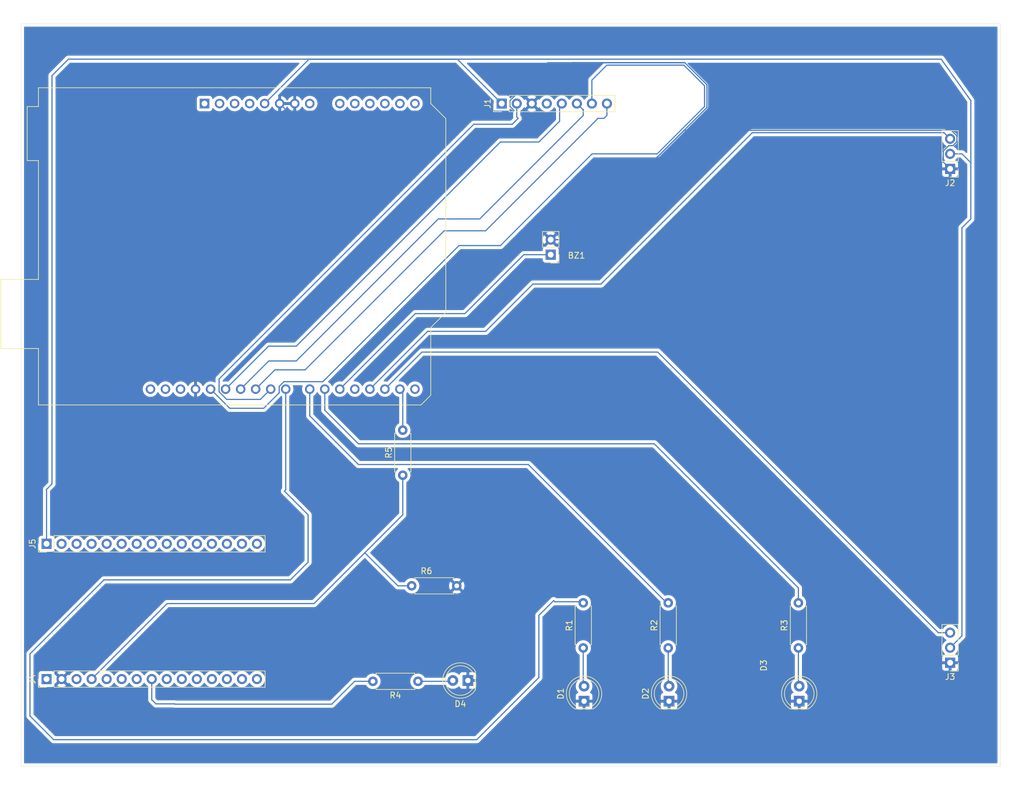
<source format=kicad_pcb>
(kicad_pcb (version 20241229) (generator "pcbnew") (generator_version "9.0")
  (layers (0 "F.Cu" signal) (2 "B.Cu" signal) (13 "F.Paste" user) (15 "B.Paste" user) (5 "F.SilkS" user "F.Silkscreen") (7 "B.SilkS" user "B.Silkscreen") (1 "F.Mask" user) (3 "B.Mask" user) (25 "Edge.Cuts" user))
  (net 0 "")
  (net 1 "Net-(A1-D2)")
  (net 4 "Net-(A1-D13)")
  (net 6 "Net-(A1-D8)")
  (net 8 "Net-(A1-D3)")
  (net 10 "+5V")
  (net 11 "Net-(A1-D5)")
  (net 12 "Net-(A1-D6)")
  (net 14 "Net-(A1-D1{slash}TX)")
  (net 15 "Net-(A1-D9)")
  (net 16 "Net-(A1-D7)")
  (net 17 "Net-(A1-D12)")
  (net 21 "GND")
  (net 23 "Net-(A1-D10)")
  (net 29 "Net-(A1-D11)")
  (net 30 "Net-(D1-A)")
  (net 31 "Net-(D2-A)")
  (net 32 "Net-(D3-A)")
  (net 35 "Net-(J4-Pin_8)")
  (net 36 "Net-(J4-Pin_4)")
  (net 63 "Net-(D4-A)")
  (footprint "LED_THT:LED_D5.0mm" (layer "F.Cu") (at 150 123 90)
    (property "Reference" "D3" (at 6.04 -6 90) (layer "F.SilkS"))
    (property "Value" "LED")
    (fp_line (start -1.29 -1.545) (end -1.29 1.545) (stroke (width 0.12)) (layer "F.SilkS"))
    (fp_arc (start -1.29 -1.54483) (mid 2.071779 -2.880495) (end 4.26 0) (stroke (width 0.12)) (layer "F.SilkS"))
    (fp_arc (start 4.26 0) (mid 2.071779 2.880495) (end -1.29 1.54483) (stroke (width 0.12)) (layer "F.SilkS"))
    (fp_circle (center 1.27 0) (end 3.77 0) (stroke (width 0.12)) (fill no) (layer "F.SilkS"))
    (pad "1" thru_hole rect (at 0 0 90) (size 1.8 1.8) (drill 0.9) (layers "*.Cu" "*.Mask") (net 21 "GND"))
    (pad "2" thru_hole circle (at 2.54 0 90) (size 1.8 1.8) (drill 0.9) (layers "*.Cu" "*.Mask") (net 32 "Net-(D3-A)"))
  )
  (footprint "Connector_PinHeader_2.54mm:PinHeader_1x08_P2.54mm_Vertical" (layer "F.Cu") (at 99.72 22 90)
    (property "Reference" "J1" (at 0 -2.38 90) (layer "F.SilkS"))
    (property "Value" "RFID-RC522")
    (fp_line (start -1.38 -1.38) (end 0 -1.38) (stroke (width 0.12)) (layer "F.SilkS"))
    (fp_line (start -1.38 0) (end -1.38 -1.38) (stroke (width 0.12)) (layer "F.SilkS"))
    (fp_line (start 1.38 1.27) (end 1.38 19.16) (stroke (width 0.12)) (layer "F.SilkS"))
    (fp_line (start -1.38 1.27) (end 1.38 1.27) (stroke (width 0.12)) (layer "F.SilkS"))
    (fp_line (start -1.38 1.27) (end -1.38 19.16) (stroke (width 0.12)) (layer "F.SilkS"))
    (fp_line (start -1.38 19.16) (end 1.38 19.16) (stroke (width 0.12)) (layer "F.SilkS"))
    (pad "1" thru_hole rect (at 0 0 90) (size 1.7 1.7) (drill 1) (layers "*.Cu" "*.Mask") (net 10 "+5V"))
    (pad "2" thru_hole circle (at 0 2.54 90) (size 1.7 1.7) (drill 1) (layers "*.Cu" "*.Mask") (net 15 "Net-(A1-D9)"))
    (pad "3" thru_hole circle (at 0 5.08 90) (size 1.7 1.7) (drill 1) (layers "*.Cu" "*.Mask") (net 21 "GND"))
    (pad "4" thru_hole circle (at 0 7.62 90) (size 1.7 1.7) (drill 1) (layers "*.Cu" "*.Mask"))
    (pad "5" thru_hole circle (at 0 10.16 90) (size 1.7 1.7) (drill 1) (layers "*.Cu" "*.Mask") (net 17 "Net-(A1-D12)"))
    (pad "6" thru_hole circle (at 0 12.7 90) (size 1.7 1.7) (drill 1) (layers "*.Cu" "*.Mask") (net 29 "Net-(A1-D11)"))
    (pad "7" thru_hole circle (at 0 15.24 90) (size 1.7 1.7) (drill 1) (layers "*.Cu" "*.Mask") (net 4 "Net-(A1-D13)"))
    (pad "8" thru_hole circle (at 0 17.78 90) (size 1.7 1.7) (drill 1) (layers "*.Cu" "*.Mask") (net 23 "Net-(A1-D10)"))
  )
  (footprint "Connector_PinHeader_2.54mm:PinHeader_1x15_P2.54mm_Vertical" (layer "F.Cu") (at 22.8 119.26 90)
    (property "Reference" "J4" (at 0 -2.38 90) (layer "F.SilkS"))
    (property "Value" "Links")
    (fp_line (start -1.38 -1.38) (end 0 -1.38) (stroke (width 0.12)) (layer "F.SilkS"))
    (fp_line (start -1.38 0) (end -1.38 -1.38) (stroke (width 0.12)) (layer "F.SilkS"))
    (fp_line (start 1.38 1.27) (end 1.38 36.94) (stroke (width 0.12)) (layer "F.SilkS"))
    (fp_line (start -1.38 1.27) (end 1.38 1.27) (stroke (width 0.12)) (layer "F.SilkS"))
    (fp_line (start -1.38 1.27) (end -1.38 36.94) (stroke (width 0.12)) (layer "F.SilkS"))
    (fp_line (start -1.38 36.94) (end 1.38 36.94) (stroke (width 0.12)) (layer "F.SilkS"))
    (pad "1" thru_hole rect (at 0 0 90) (size 1.7 1.7) (drill 1) (layers "*.Cu" "*.Mask"))
    (pad "2" thru_hole circle (at 0 2.54 90) (size 1.7 1.7) (drill 1) (layers "*.Cu" "*.Mask") (net 21 "GND"))
    (pad "3" thru_hole circle (at 0 5.08 90) (size 1.7 1.7) (drill 1) (layers "*.Cu" "*.Mask"))
    (pad "4" thru_hole circle (at 0 7.62 90) (size 1.7 1.7) (drill 1) (layers "*.Cu" "*.Mask") (net 36 "Net-(J4-Pin_4)"))
    (pad "5" thru_hole circle (at 0 10.16 90) (size 1.7 1.7) (drill 1) (layers "*.Cu" "*.Mask"))
    (pad "6" thru_hole circle (at 0 12.7 90) (size 1.7 1.7) (drill 1) (layers "*.Cu" "*.Mask"))
    (pad "7" thru_hole circle (at 0 15.24 90) (size 1.7 1.7) (drill 1) (layers "*.Cu" "*.Mask"))
    (pad "8" thru_hole circle (at 0 17.78 90) (size 1.7 1.7) (drill 1) (layers "*.Cu" "*.Mask") (net 35 "Net-(J4-Pin_8)"))
    (pad "9" thru_hole circle (at 0 20.32 90) (size 1.7 1.7) (drill 1) (layers "*.Cu" "*.Mask"))
    (pad "10" thru_hole circle (at 0 22.86 90) (size 1.7 1.7) (drill 1) (layers "*.Cu" "*.Mask"))
    (pad "11" thru_hole circle (at 0 25.4 90) (size 1.7 1.7) (drill 1) (layers "*.Cu" "*.Mask"))
    (pad "12" thru_hole circle (at 0 27.94 90) (size 1.7 1.7) (drill 1) (layers "*.Cu" "*.Mask"))
    (pad "13" thru_hole circle (at 0 30.48 90) (size 1.7 1.7) (drill 1) (layers "*.Cu" "*.Mask"))
    (pad "14" thru_hole circle (at 0 33.02 90) (size 1.7 1.7) (drill 1) (layers "*.Cu" "*.Mask"))
    (pad "15" thru_hole circle (at 0 35.56 90) (size 1.7 1.7) (drill 1) (layers "*.Cu" "*.Mask"))
  )
  (footprint "Resistor_THT:R_Axial_DIN0207_L6.3mm_D2.5mm_P7.62mm_Horizontal" (layer "F.Cu") (at 127.86 114 90)
    (property "Reference" "R2" (at 3.81 -2.37 90) (layer "F.SilkS"))
    (property "Value" "330")
    (fp_line (start 7.08 -1.37) (end 7.08 -1.04) (stroke (width 0.12)) (layer "F.SilkS"))
    (fp_line (start 0.54 -1.37) (end 7.08 -1.37) (stroke (width 0.12)) (layer "F.SilkS"))
    (fp_line (start 0.54 -1.04) (end 0.54 -1.37) (stroke (width 0.12)) (layer "F.SilkS"))
    (fp_line (start 0.54 1.04) (end 0.54 1.37) (stroke (width 0.12)) (layer "F.SilkS"))
    (fp_line (start 7.08 1.37) (end 7.08 1.04) (stroke (width 0.12)) (layer "F.SilkS"))
    (fp_line (start 0.54 1.37) (end 7.08 1.37) (stroke (width 0.12)) (layer "F.SilkS"))
    (pad "1" thru_hole circle (at 0 0 90) (size 1.6 1.6) (drill 0.8) (layers "*.Cu" "*.Mask") (net 31 "Net-(D2-A)"))
    (pad "2" thru_hole circle (at 7.62 0 90) (size 1.6 1.6) (drill 0.8) (layers "*.Cu" "*.Mask") (net 16 "Net-(A1-D7)"))
  )
  (footprint "Resistor_THT:R_Axial_DIN0207_L6.3mm_D2.5mm_P7.62mm_Horizontal" (layer "F.Cu") (at 83 84.81 90)
    (property "Reference" "R5" (at 3.81 -2.37 90) (layer "F.SilkS"))
    (property "Value" "1k")
    (fp_line (start 7.08 -1.37) (end 7.08 -1.04) (stroke (width 0.12)) (layer "F.SilkS"))
    (fp_line (start 0.54 -1.37) (end 7.08 -1.37) (stroke (width 0.12)) (layer "F.SilkS"))
    (fp_line (start 0.54 -1.04) (end 0.54 -1.37) (stroke (width 0.12)) (layer "F.SilkS"))
    (fp_line (start 0.54 1.04) (end 0.54 1.37) (stroke (width 0.12)) (layer "F.SilkS"))
    (fp_line (start 7.08 1.37) (end 7.08 1.04) (stroke (width 0.12)) (layer "F.SilkS"))
    (fp_line (start 0.54 1.37) (end 7.08 1.37) (stroke (width 0.12)) (layer "F.SilkS"))
    (pad "1" thru_hole circle (at 0 0 90) (size 1.6 1.6) (drill 0.8) (layers "*.Cu" "*.Mask") (net 36 "Net-(J4-Pin_4)"))
    (pad "2" thru_hole circle (at 7.62 0 90) (size 1.6 1.6) (drill 0.8) (layers "*.Cu" "*.Mask") (net 14 "Net-(A1-D1{slash}TX)"))
  )
  (footprint "Module:Arduino_UNO_R3" (layer "F.Cu") (at 49.5 22)
    (property "Reference" "A1" (hide yes))
    (property "Value" "Arduino_UNO_R3")
    (fp_line (start -34.42 29.72) (end -34.42 41.4) (stroke (width 0.12)) (layer "F.SilkS"))
    (fp_line (start -34.42 41.4) (end -28.07 41.4) (stroke (width 0.12)) (layer "F.SilkS"))
    (fp_line (start -29.97 0.51) (end -29.97 9.65) (stroke (width 0.12)) (layer "F.SilkS"))
    (fp_line (start -29.97 9.65) (end -28.07 9.65) (stroke (width 0.12)) (layer "F.SilkS"))
    (fp_line (start -28.07 -2.67) (end -28.07 0.51) (stroke (width 0.12)) (layer "F.SilkS"))
    (fp_line (start -28.07 0.51) (end -29.97 0.51) (stroke (width 0.12)) (layer "F.SilkS"))
    (fp_line (start -28.07 9.65) (end -28.07 29.72) (stroke (width 0.12)) (layer "F.SilkS"))
    (fp_line (start -28.07 29.72) (end -34.42 29.72) (stroke (width 0.12)) (layer "F.SilkS"))
    (fp_line (start -28.07 41.4) (end -28.07 50.93) (stroke (width 0.12)) (layer "F.SilkS"))
    (fp_line (start -28.07 50.93) (end 36.58 50.93) (stroke (width 0.12)) (layer "F.SilkS"))
    (fp_line (start 36.58 50.93) (end 38.23 49.28) (stroke (width 0.12)) (layer "F.SilkS"))
    (fp_line (start 38.23 -2.67) (end -28.07 -2.67) (stroke (width 0.12)) (layer "F.SilkS"))
    (fp_line (start 38.23 0) (end 38.23 -2.67) (stroke (width 0.12)) (layer "F.SilkS"))
    (fp_line (start 38.23 37.85) (end 40.77 35.31) (stroke (width 0.12)) (layer "F.SilkS"))
    (fp_line (start 38.23 49.28) (end 38.23 37.85) (stroke (width 0.12)) (layer "F.SilkS"))
    (fp_line (start 40.77 2.54) (end 38.23 0) (stroke (width 0.12)) (layer "F.SilkS"))
    (fp_line (start 40.77 35.31) (end 40.77 2.54) (stroke (width 0.12)) (layer "F.SilkS"))
    (pad "1" thru_hole rect (at 0 0 90) (size 1.6 1.6) (drill 1) (layers "*.Cu" "*.Mask"))
    (pad "2" thru_hole oval (at 2.54 0 90) (size 1.6 1.6) (drill 1) (layers "*.Cu" "*.Mask"))
    (pad "3" thru_hole oval (at 5.08 0 90) (size 1.6 1.6) (drill 1) (layers "*.Cu" "*.Mask"))
    (pad "4" thru_hole oval (at 7.62 0 90) (size 1.6 1.6) (drill 1) (layers "*.Cu" "*.Mask"))
    (pad "5" thru_hole oval (at 10.16 0 90) (size 1.6 1.6) (drill 1) (layers "*.Cu" "*.Mask") (net 10 "+5V"))
    (pad "6" thru_hole oval (at 12.7 0 90) (size 1.6 1.6) (drill 1) (layers "*.Cu" "*.Mask") (net 21 "GND"))
    (pad "7" thru_hole oval (at 15.24 0 90) (size 1.6 1.6) (drill 1) (layers "*.Cu" "*.Mask") (net 21 "GND"))
    (pad "8" thru_hole oval (at 17.78 0 90) (size 1.6 1.6) (drill 1) (layers "*.Cu" "*.Mask"))
    (pad "9" thru_hole oval (at 22.86 0 90) (size 1.6 1.6) (drill 1) (layers "*.Cu" "*.Mask"))
    (pad "10" thru_hole oval (at 25.4 0 90) (size 1.6 1.6) (drill 1) (layers "*.Cu" "*.Mask"))
    (pad "11" thru_hole oval (at 27.94 0 90) (size 1.6 1.6) (drill 1) (layers "*.Cu" "*.Mask"))
    (pad "12" thru_hole oval (at 30.48 0 90) (size 1.6 1.6) (drill 1) (layers "*.Cu" "*.Mask"))
    (pad "13" thru_hole oval (at 33.02 0 90) (size 1.6 1.6) (drill 1) (layers "*.Cu" "*.Mask"))
    (pad "14" thru_hole oval (at 35.56 0 90) (size 1.6 1.6) (drill 1) (layers "*.Cu" "*.Mask"))
    (pad "15" thru_hole oval (at 35.56 48.26 90) (size 1.6 1.6) (drill 1) (layers "*.Cu" "*.Mask"))
    (pad "16" thru_hole oval (at 33.02 48.26 90) (size 1.6 1.6) (drill 1) (layers "*.Cu" "*.Mask") (net 14 "Net-(A1-D1{slash}TX)"))
    (pad "17" thru_hole oval (at 30.48 48.26 90) (size 1.6 1.6) (drill 1) (layers "*.Cu" "*.Mask") (net 1 "Net-(A1-D2)"))
    (pad "18" thru_hole oval (at 27.94 48.26 90) (size 1.6 1.6) (drill 1) (layers "*.Cu" "*.Mask") (net 8 "Net-(A1-D3)"))
    (pad "19" thru_hole oval (at 25.4 48.26 90) (size 1.6 1.6) (drill 1) (layers "*.Cu" "*.Mask"))
    (pad "20" thru_hole oval (at 22.86 48.26 90) (size 1.6 1.6) (drill 1) (layers "*.Cu" "*.Mask") (net 11 "Net-(A1-D5)"))
    (pad "21" thru_hole oval (at 20.32 48.26 90) (size 1.6 1.6) (drill 1) (layers "*.Cu" "*.Mask") (net 12 "Net-(A1-D6)"))
    (pad "22" thru_hole oval (at 17.78 48.26 90) (size 1.6 1.6) (drill 1) (layers "*.Cu" "*.Mask") (net 16 "Net-(A1-D7)"))
    (pad "23" thru_hole oval (at 13.72 48.26 90) (size 1.6 1.6) (drill 1) (layers "*.Cu" "*.Mask") (net 6 "Net-(A1-D8)"))
    (pad "24" thru_hole oval (at 11.18 48.26 90) (size 1.6 1.6) (drill 1) (layers "*.Cu" "*.Mask") (net 15 "Net-(A1-D9)"))
    (pad "25" thru_hole oval (at 8.64 48.26 90) (size 1.6 1.6) (drill 1) (layers "*.Cu" "*.Mask") (net 23 "Net-(A1-D10)"))
    (pad "26" thru_hole oval (at 6.1 48.26 90) (size 1.6 1.6) (drill 1) (layers "*.Cu" "*.Mask") (net 29 "Net-(A1-D11)"))
    (pad "27" thru_hole oval (at 3.56 48.26 90) (size 1.6 1.6) (drill 1) (layers "*.Cu" "*.Mask") (net 17 "Net-(A1-D12)"))
    (pad "28" thru_hole oval (at 1.02 48.26 90) (size 1.6 1.6) (drill 1) (layers "*.Cu" "*.Mask") (net 4 "Net-(A1-D13)"))
    (pad "29" thru_hole oval (at -1.52 48.26 90) (size 1.6 1.6) (drill 1) (layers "*.Cu" "*.Mask") (net 21 "GND"))
    (pad "30" thru_hole oval (at -4.06 48.26 90) (size 1.6 1.6) (drill 1) (layers "*.Cu" "*.Mask"))
    (pad "31" thru_hole oval (at -6.6 48.26 90) (size 1.6 1.6) (drill 1) (layers "*.Cu" "*.Mask"))
    (pad "32" thru_hole oval (at -9.14 48.26 90) (size 1.6 1.6) (drill 1) (layers "*.Cu" "*.Mask"))
  )
  (footprint "LED_THT:LED_D5.0mm" (layer "F.Cu") (at 94 119.5 180)
    (property "Reference" "D4" (at 1.27 -3.96 0) (layer "F.SilkS"))
    (property "Value" "LED")
    (fp_line (start -1.29 -1.545) (end -1.29 1.545) (stroke (width 0.12)) (layer "F.SilkS"))
    (fp_arc (start 4.26 0) (mid 2.071779 2.880495) (end -1.29 1.54483) (stroke (width 0.12)) (layer "F.SilkS"))
    (fp_arc (start -1.29 -1.54483) (mid 2.071779 -2.880495) (end 4.26 0) (stroke (width 0.12)) (layer "F.SilkS"))
    (fp_circle (center 1.27 0) (end 3.77 0) (stroke (width 0.12)) (fill no) (layer "F.SilkS"))
    (pad "1" thru_hole rect (at 0 0 180) (size 1.8 1.8) (drill 0.9) (layers "*.Cu" "*.Mask") (net 21 "GND"))
    (pad "2" thru_hole circle (at 2.54 0 180) (size 1.8 1.8) (drill 0.9) (layers "*.Cu" "*.Mask") (net 63 "Net-(D4-A)"))
  )
  (footprint "LED_THT:LED_D5.0mm" (layer "F.Cu") (at 128 123 90)
    (property "Reference" "D2" (at 1.27 -3.96 90) (layer "F.SilkS"))
    (property "Value" "LED")
    (fp_line (start -1.29 -1.545) (end -1.29 1.545) (stroke (width 0.12)) (layer "F.SilkS"))
    (fp_arc (start -1.29 -1.54483) (mid 2.071779 -2.880495) (end 4.26 0) (stroke (width 0.12)) (layer "F.SilkS"))
    (fp_arc (start 4.26 0) (mid 2.071779 2.880495) (end -1.29 1.54483) (stroke (width 0.12)) (layer "F.SilkS"))
    (fp_circle (center 1.27 0) (end 3.77 0) (stroke (width 0.12)) (fill no) (layer "F.SilkS"))
    (pad "1" thru_hole rect (at 0 0 90) (size 1.8 1.8) (drill 0.9) (layers "*.Cu" "*.Mask") (net 21 "GND"))
    (pad "2" thru_hole circle (at 2.54 0 90) (size 1.8 1.8) (drill 0.9) (layers "*.Cu" "*.Mask") (net 31 "Net-(D2-A)"))
  )
  (footprint "Resistor_THT:R_Axial_DIN0207_L6.3mm_D2.5mm_P7.62mm_Horizontal" (layer "F.Cu") (at 85.57 119.64 180)
    (property "Reference" "R4" (at 3.81 -2.37 0) (layer "F.SilkS"))
    (property "Value" "100")
    (fp_line (start 7.08 1.37) (end 7.08 1.04) (stroke (width 0.12)) (layer "F.SilkS"))
    (fp_line (start 7.08 -1.37) (end 7.08 -1.04) (stroke (width 0.12)) (layer "F.SilkS"))
    (fp_line (start 0.54 1.37) (end 7.08 1.37) (stroke (width 0.12)) (layer "F.SilkS"))
    (fp_line (start 0.54 1.04) (end 0.54 1.37) (stroke (width 0.12)) (layer "F.SilkS"))
    (fp_line (start 0.54 -1.04) (end 0.54 -1.37) (stroke (width 0.12)) (layer "F.SilkS"))
    (fp_line (start 0.54 -1.37) (end 7.08 -1.37) (stroke (width 0.12)) (layer "F.SilkS"))
    (pad "1" thru_hole circle (at 0 0 180) (size 1.6 1.6) (drill 0.8) (layers "*.Cu" "*.Mask") (net 63 "Net-(D4-A)"))
    (pad "2" thru_hole circle (at 7.62 0 180) (size 1.6 1.6) (drill 0.8) (layers "*.Cu" "*.Mask") (net 35 "Net-(J4-Pin_8)"))
  )
  (footprint "Connector_PinHeader_2.54mm:PinHeader_1x03_P2.54mm_Vertical" (layer "F.Cu") (at 175.5 33.04 180)
    (property "Reference" "J2" (at 0 -2.38 0) (layer "F.SilkS"))
    (property "Value" "KY-021")
    (fp_line (start 1.38 1.27) (end 1.38 6.46) (stroke (width 0.12)) (layer "F.SilkS"))
    (fp_line (start -1.38 6.46) (end 1.38 6.46) (stroke (width 0.12)) (layer "F.SilkS"))
    (fp_line (start -1.38 1.27) (end 1.38 1.27) (stroke (width 0.12)) (layer "F.SilkS"))
    (fp_line (start -1.38 1.27) (end -1.38 6.46) (stroke (width 0.12)) (layer "F.SilkS"))
    (fp_line (start -1.38 0) (end -1.38 -1.38) (stroke (width 0.12)) (layer "F.SilkS"))
    (fp_line (start -1.38 -1.38) (end 0 -1.38) (stroke (width 0.12)) (layer "F.SilkS"))
    (pad "1" thru_hole rect (at 0 0 180) (size 1.7 1.7) (drill 1) (layers "*.Cu" "*.Mask") (net 21 "GND"))
    (pad "2" thru_hole circle (at 0 2.54 180) (size 1.7 1.7) (drill 1) (layers "*.Cu" "*.Mask") (net 10 "+5V"))
    (pad "3" thru_hole circle (at 0 5.08 180) (size 1.7 1.7) (drill 1) (layers "*.Cu" "*.Mask") (net 8 "Net-(A1-D3)"))
  )
  (footprint "Resistor_THT:R_Axial_DIN0207_L6.3mm_D2.5mm_P7.62mm_Horizontal" (layer "F.Cu") (at 84.5 103.5)
    (property "Reference" "R6" (at 2.5 -2.5 0) (layer "F.SilkS"))
    (property "Value" "2k")
    (fp_line (start 0.54 -1.37) (end 7.08 -1.37) (stroke (width 0.12)) (layer "F.SilkS"))
    (fp_line (start 0.54 -1.04) (end 0.54 -1.37) (stroke (width 0.12)) (layer "F.SilkS"))
    (fp_line (start 0.54 1.04) (end 0.54 1.37) (stroke (width 0.12)) (layer "F.SilkS"))
    (fp_line (start 0.54 1.37) (end 7.08 1.37) (stroke (width 0.12)) (layer "F.SilkS"))
    (fp_line (start 7.08 -1.37) (end 7.08 -1.04) (stroke (width 0.12)) (layer "F.SilkS"))
    (fp_line (start 7.08 1.37) (end 7.08 1.04) (stroke (width 0.12)) (layer "F.SilkS"))
    (pad "1" thru_hole circle (at 0 0) (size 1.6 1.6) (drill 0.8) (layers "*.Cu" "*.Mask") (net 36 "Net-(J4-Pin_4)"))
    (pad "2" thru_hole circle (at 7.62 0) (size 1.6 1.6) (drill 0.8) (layers "*.Cu" "*.Mask") (net 21 "GND"))
  )
  (footprint "LED_THT:LED_D5.0mm" (layer "F.Cu") (at 113.64 123 90)
    (property "Reference" "D1" (at 1.27 -3.96 90) (layer "F.SilkS"))
    (property "Value" "LED")
    (fp_line (start -1.29 -1.545) (end -1.29 1.545) (stroke (width 0.12)) (layer "F.SilkS"))
    (fp_arc (start -1.29 -1.54483) (mid 2.071779 -2.880495) (end 4.26 0) (stroke (width 0.12)) (layer "F.SilkS"))
    (fp_arc (start 4.26 0) (mid 2.071779 2.880495) (end -1.29 1.54483) (stroke (width 0.12)) (layer "F.SilkS"))
    (fp_circle (center 1.27 0) (end 3.77 0) (stroke (width 0.12)) (fill no) (layer "F.SilkS"))
    (pad "1" thru_hole rect (at 0 0 90) (size 1.8 1.8) (drill 0.9) (layers "*.Cu" "*.Mask") (net 21 "GND"))
    (pad "2" thru_hole circle (at 2.54 0 90) (size 1.8 1.8) (drill 0.9) (layers "*.Cu" "*.Mask") (net 30 "Net-(D1-A)"))
  )
  (footprint "Resistor_THT:R_Axial_DIN0207_L6.3mm_D2.5mm_P7.62mm_Horizontal" (layer "F.Cu") (at 149.86 114 90)
    (property "Reference" "R3" (at 3.81 -2.37 90) (layer "F.SilkS"))
    (property "Value" "330")
    (fp_line (start 7.08 -1.37) (end 7.08 -1.04) (stroke (width 0.12)) (layer "F.SilkS"))
    (fp_line (start 0.54 -1.37) (end 7.08 -1.37) (stroke (width 0.12)) (layer "F.SilkS"))
    (fp_line (start 0.54 -1.04) (end 0.54 -1.37) (stroke (width 0.12)) (layer "F.SilkS"))
    (fp_line (start 0.54 1.04) (end 0.54 1.37) (stroke (width 0.12)) (layer "F.SilkS"))
    (fp_line (start 7.08 1.37) (end 7.08 1.04) (stroke (width 0.12)) (layer "F.SilkS"))
    (fp_line (start 0.54 1.37) (end 7.08 1.37) (stroke (width 0.12)) (layer "F.SilkS"))
    (pad "1" thru_hole circle (at 0 0 90) (size 1.6 1.6) (drill 0.8) (layers "*.Cu" "*.Mask") (net 32 "Net-(D3-A)"))
    (pad "2" thru_hole circle (at 7.62 0 90) (size 1.6 1.6) (drill 0.8) (layers "*.Cu" "*.Mask") (net 12 "Net-(A1-D6)"))
  )
  (footprint "Connector_PinHeader_2.54mm:PinHeader_1x03_P2.54mm_Vertical" (layer "F.Cu") (at 175.5 116.5 180)
    (property "Reference" "J3" (at 0 -2.38 0) (layer "F.SilkS"))
    (property "Value" "KY-021")
    (fp_line (start 1.38 1.27) (end 1.38 6.46) (stroke (width 0.12)) (layer "F.SilkS"))
    (fp_line (start -1.38 6.46) (end 1.38 6.46) (stroke (width 0.12)) (layer "F.SilkS"))
    (fp_line (start -1.38 1.27) (end 1.38 1.27) (stroke (width 0.12)) (layer "F.SilkS"))
    (fp_line (start -1.38 1.27) (end -1.38 6.46) (stroke (width 0.12)) (layer "F.SilkS"))
    (fp_line (start -1.38 0) (end -1.38 -1.38) (stroke (width 0.12)) (layer "F.SilkS"))
    (fp_line (start -1.38 -1.38) (end 0 -1.38) (stroke (width 0.12)) (layer "F.SilkS"))
    (pad "1" thru_hole rect (at 0 0 180) (size 1.7 1.7) (drill 1) (layers "*.Cu" "*.Mask") (net 21 "GND"))
    (pad "2" thru_hole circle (at 0 2.54 180) (size 1.7 1.7) (drill 1) (layers "*.Cu" "*.Mask") (net 10 "+5V"))
    (pad "3" thru_hole circle (at 0 5.08 180) (size 1.7 1.7) (drill 1) (layers "*.Cu" "*.Mask") (net 1 "Net-(A1-D2)"))
  )
  (footprint "Connector_PinHeader_2.54mm:PinHeader_1x02_P2.54mm_Vertical" (layer "F.Cu") (at 108 47.54 180)
    (property "Reference" "BZ1" (at -4.36 -0.14 0) (layer "F.SilkS"))
    (property "Value" "Buzzer")
    (fp_line (start 1.38 1.27) (end 1.38 3.92) (stroke (width 0.12)) (layer "F.SilkS"))
    (fp_line (start -1.38 3.92) (end 1.38 3.92) (stroke (width 0.12)) (layer "F.SilkS"))
    (fp_line (start -1.38 1.27) (end 1.38 1.27) (stroke (width 0.12)) (layer "F.SilkS"))
    (fp_line (start -1.38 1.27) (end -1.38 3.92) (stroke (width 0.12)) (layer "F.SilkS"))
    (fp_line (start -1.38 0) (end -1.38 -1.38) (stroke (width 0.12)) (layer "F.SilkS"))
    (fp_line (start -1.38 -1.38) (end 0 -1.38) (stroke (width 0.12)) (layer "F.SilkS"))
    (pad "1" thru_hole rect (at 0 0 180) (size 1.7 1.7) (drill 1) (layers "*.Cu" "*.Mask") (net 11 "Net-(A1-D5)"))
    (pad "2" thru_hole circle (at 0 2.54 180) (size 1.7 1.7) (drill 1) (layers "*.Cu" "*.Mask") (net 21 "GND"))
  )
  (footprint "Connector_PinHeader_2.54mm:PinHeader_1x15_P2.54mm_Vertical" (layer "F.Cu") (at 22.8 96.4 90)
    (property "Reference" "J5" (at 0 -2.38 90) (layer "F.SilkS"))
    (property "Value" "Rechts")
    (fp_line (start -1.38 -1.38) (end 0 -1.38) (stroke (width 0.12)) (layer "F.SilkS"))
    (fp_line (start -1.38 0) (end -1.38 -1.38) (stroke (width 0.12)) (layer "F.SilkS"))
    (fp_line (start 1.38 1.27) (end 1.38 36.94) (stroke (width 0.12)) (layer "F.SilkS"))
    (fp_line (start -1.38 1.27) (end 1.38 1.27) (stroke (width 0.12)) (layer "F.SilkS"))
    (fp_line (start -1.38 1.27) (end -1.38 36.94) (stroke (width 0.12)) (layer "F.SilkS"))
    (fp_line (start -1.38 36.94) (end 1.38 36.94) (stroke (width 0.12)) (layer "F.SilkS"))
    (pad "1" thru_hole rect (at 0 0 90) (size 1.7 1.7) (drill 1) (layers "*.Cu" "*.Mask") (net 10 "+5V"))
    (pad "2" thru_hole circle (at 0 2.54 90) (size 1.7 1.7) (drill 1) (layers "*.Cu" "*.Mask"))
    (pad "3" thru_hole circle (at 0 5.08 90) (size 1.7 1.7) (drill 1) (layers "*.Cu" "*.Mask"))
    (pad "4" thru_hole circle (at 0 7.62 90) (size 1.7 1.7) (drill 1) (layers "*.Cu" "*.Mask"))
    (pad "5" thru_hole circle (at 0 10.16 90) (size 1.7 1.7) (drill 1) (layers "*.Cu" "*.Mask"))
    (pad "6" thru_hole circle (at 0 12.7 90) (size 1.7 1.7) (drill 1) (layers "*.Cu" "*.Mask"))
    (pad "7" thru_hole circle (at 0 15.24 90) (size 1.7 1.7) (drill 1) (layers "*.Cu" "*.Mask"))
    (pad "8" thru_hole circle (at 0 17.78 90) (size 1.7 1.7) (drill 1) (layers "*.Cu" "*.Mask"))
    (pad "9" thru_hole circle (at 0 20.32 90) (size 1.7 1.7) (drill 1) (layers "*.Cu" "*.Mask"))
    (pad "10" thru_hole circle (at 0 22.86 90) (size 1.7 1.7) (drill 1) (layers "*.Cu" "*.Mask"))
    (pad "11" thru_hole circle (at 0 25.4 90) (size 1.7 1.7) (drill 1) (layers "*.Cu" "*.Mask"))
    (pad "12" thru_hole circle (at 0 27.94 90) (size 1.7 1.7) (drill 1) (layers "*.Cu" "*.Mask"))
    (pad "13" thru_hole circle (at 0 30.48 90) (size 1.7 1.7) (drill 1) (layers "*.Cu" "*.Mask"))
    (pad "14" thru_hole circle (at 0 33.02 90) (size 1.7 1.7) (drill 1) (layers "*.Cu" "*.Mask"))
    (pad "15" thru_hole circle (at 0 35.56 90) (size 1.7 1.7) (drill 1) (layers "*.Cu" "*.Mask"))
  )
  (footprint "Resistor_THT:R_Axial_DIN0207_L6.3mm_D2.5mm_P7.62mm_Horizontal" (layer "F.Cu") (at 113.5 114 90)
    (property "Reference" "R1" (at 3.81 -2.37 90) (layer "F.SilkS"))
    (property "Value" "330")
    (fp_line (start 7.08 -1.37) (end 7.08 -1.04) (stroke (width 0.12)) (layer "F.SilkS"))
    (fp_line (start 0.54 -1.37) (end 7.08 -1.37) (stroke (width 0.12)) (layer "F.SilkS"))
    (fp_line (start 0.54 -1.04) (end 0.54 -1.37) (stroke (width 0.12)) (layer "F.SilkS"))
    (fp_line (start 0.54 1.04) (end 0.54 1.37) (stroke (width 0.12)) (layer "F.SilkS"))
    (fp_line (start 7.08 1.37) (end 7.08 1.04) (stroke (width 0.12)) (layer "F.SilkS"))
    (fp_line (start 0.54 1.37) (end 7.08 1.37) (stroke (width 0.12)) (layer "F.SilkS"))
    (pad "1" thru_hole circle (at 0 0 90) (size 1.6 1.6) (drill 0.8) (layers "*.Cu" "*.Mask") (net 30 "Net-(D1-A)"))
    (pad "2" thru_hole circle (at 7.62 0 90) (size 1.6 1.6) (drill 0.8) (layers "*.Cu" "*.Mask") (net 6 "Net-(A1-D8)"))
  )
  (gr_line (start 174 14.5) (end 179 21.5) (stroke (width 0.2)) (layer "B.Cu") (net 10))
  (gr_line (start 68 106.5) (end 44 106.5) (stroke (width 0.2)) (layer "B.Cu") (net 36))
  (gr_line (start 67 14.5) (end 174 14.5) (stroke (width 0.2)) (layer "B.Cu") (net 10))
  (gr_line (start 76.5 98) (end 68 106.5) (stroke (width 0.2)) (layer "B.Cu") (net 36))
  (gr_line (start 179 21.5) (end 179 32) (stroke (width 0.2)) (layer "B.Cu") (net 10))
  (gr_line (start 44.5 123.5) (end 71 123.5) (stroke (width 0.2)) (layer "B.Cu") (net 35))
  (gr_rect (start 18.5 8.5) (end 184 134) (stroke (width 0.05)) (fill no) (layer "Edge.Cuts"))
  (segment (start 79.98 70.26) (end 86.24 64) (width 0.2) (layer "B.Cu") (net 1))
  (segment (start 173.5 111.42) (end 175.5 111.42) (width 0.2) (layer "B.Cu") (net 1))
  (segment (start 126.08 64) (end 173.5 111.42) (width 0.2) (layer "B.Cu") (net 1))
  (segment (start 86.24 64) (end 126.08 64) (width 0.2) (layer "B.Cu") (net 1))
  (segment (start 62.119 69.80395) (end 62.92295 69) (width 0.2) (layer "B.Cu") (net 4))
  (segment (start 117.5 15.5) (end 114.96 18.04) (width 0.2) (layer "B.Cu") (net 4))
  (segment (start 114.96 18.04) (end 114.96 22) (width 0.2) (layer "B.Cu") (net 4))
  (segment (start 115 30.5) (end 126 30.5) (width 0.2) (layer "B.Cu") (net 4))
  (segment (start 130.5 15.5) (end 117.5 15.5) (width 0.2) (layer "B.Cu") (net 4))
  (segment (start 62.119 70.881) (end 62.119 69.80395) (width 0.2) (layer "B.Cu") (net 4))
  (segment (start 53.76 73.5) (end 59.5 73.5) (width 0.2) (layer "B.Cu") (net 4))
  (segment (start 69.5 69) (end 92.5 46) (width 0.2) (layer "B.Cu") (net 4))
  (segment (start 126 30.5) (end 134 22.5) (width 0.2) (layer "B.Cu") (net 4))
  (segment (start 50.52 70.26) (end 53.76 73.5) (width 0.2) (layer "B.Cu") (net 4))
  (segment (start 134 22.5) (end 134 19) (width 0.2) (layer "B.Cu") (net 4))
  (segment (start 134 19) (end 130.5 15.5) (width 0.2) (layer "B.Cu") (net 4))
  (segment (start 99.5 46) (end 115 30.5) (width 0.2) (layer "B.Cu") (net 4))
  (segment (start 62.92295 69) (end 69.5 69) (width 0.2) (layer "B.Cu") (net 4))
  (segment (start 59.5 73.5) (end 62.119 70.881) (width 0.2) (layer "B.Cu") (net 4))
  (segment (start 92.5 46) (end 99.5 46) (width 0.2) (layer "B.Cu") (net 4))
  (segment (start 63.22 70.26) (end 63.22 87.28) (width 0.2) (layer "B.Cu") (net 6))
  (segment (start 108.69 106.19) (end 113.5 106.19) (width 0.2) (layer "B.Cu") (net 6))
  (segment (start 106 108.5) (end 108.5 106) (width 0.2) (layer "B.Cu") (net 6))
  (segment (start 108.5 106) (end 108.69 106.19) (width 0.2) (layer "B.Cu") (net 6))
  (segment (start 64 102.5) (end 32.5 102.5) (width 0.2) (layer "B.Cu") (net 6))
  (segment (start 67 99.5) (end 64 102.5) (width 0.2) (layer "B.Cu") (net 6))
  (segment (start 95.5 129.5) (end 106 119) (width 0.2) (layer "B.Cu") (net 6))
  (segment (start 63.22 87.28) (end 63 87.5) (width 0.2) (layer "B.Cu") (net 6))
  (segment (start 20 125.5) (end 24 129.5) (width 0.2) (layer "B.Cu") (net 6))
  (segment (start 32.5 102.5) (end 20 115) (width 0.2) (layer "B.Cu") (net 6))
  (segment (start 67 91.5) (end 67 99.5) (width 0.2) (layer "B.Cu") (net 6))
  (segment (start 106 119) (end 106 108.5) (width 0.2) (layer "B.Cu") (net 6))
  (segment (start 24 129.5) (end 95.5 129.5) (width 0.2) (layer "B.Cu") (net 6))
  (segment (start 63 87.5) (end 67 91.5) (width 0.2) (layer "B.Cu") (net 6))
  (segment (start 20 115) (end 20 125.5) (width 0.2) (layer "B.Cu") (net 6))
  (segment (start 105 52.5) (end 116.5 52.5) (width 0.2) (layer "B.Cu") (net 8))
  (segment (start 97 60.5) (end 105 52.5) (width 0.2) (layer "B.Cu") (net 8))
  (segment (start 77.44 70.26) (end 87.2 60.5) (width 0.2) (layer "B.Cu") (net 8))
  (segment (start 174.46 26.92) (end 175.5 27.96) (width 0.2) (layer "B.Cu") (net 8))
  (segment (start 142.08 26.92) (end 174.46 26.92) (width 0.2) (layer "B.Cu") (net 8))
  (segment (start 116.5 52.5) (end 142.08 26.92) (width 0.2) (layer "B.Cu") (net 8))
  (segment (start 87.2 60.5) (end 97 60.5) (width 0.2) (layer "B.Cu") (net 8))
  (segment (start 177.5 111.96) (end 177.5 43) (width 0.2) (layer "B.Cu") (net 10))
  (segment (start 179 41.5) (end 179 32) (width 0.2) (layer "B.Cu") (net 10))
  (segment (start 99.72 22) (end 92.22 14.5) (width 0.2) (layer "B.Cu") (net 10))
  (segment (start 179 32) (end 177.5 30.5) (width 0.2) (layer "B.Cu") (net 10))
  (segment (start 175.5 113.96) (end 177.5 111.96) (width 0.2) (layer "B.Cu") (net 10))
  (segment (start 92.22 14.5) (end 26.5 14.5) (width 0.2) (layer "B.Cu") (net 10))
  (segment (start 177.5 43) (end 179 41.5) (width 0.2) (layer "B.Cu") (net 10))
  (segment (start 177.5 30.5) (end 175.5 30.5) (width 0.2) (layer "B.Cu") (net 10))
  (segment (start 26.5 14.5) (end 23.72 17.28) (width 0.2) (layer "B.Cu") (net 10))
  (segment (start 23.72 86.28) (end 22.8 87.2) (width 0.2) (layer "B.Cu") (net 10))
  (segment (start 59.66 22) (end 67 14.66) (width 0.2) (layer "B.Cu") (net 10))
  (segment (start 22.8 87.2) (end 22.8 96.4) (width 0.2) (layer "B.Cu") (net 10))
  (segment (start 23.72 17.28) (end 23.72 86.28) (width 0.2) (layer "B.Cu") (net 10))
  (segment (start 67 14.66) (end 67 14.5) (width 0.2) (layer "B.Cu") (net 10))
  (segment (start 93.5 57.5) (end 103.46 47.54) (width 0.2) (layer "B.Cu") (net 11))
  (segment (start 85.12 57.5) (end 93.5 57.5) (width 0.2) (layer "B.Cu") (net 11))
  (segment (start 72.36 70.26) (end 85.12 57.5) (width 0.2) (layer "B.Cu") (net 11))
  (segment (start 103.46 47.54) (end 108 47.54) (width 0.2) (layer "B.Cu") (net 11))
  (segment (start 69.82 73.82) (end 75.5 79.5) (width 0.2) (layer "B.Cu") (net 12))
  (segment (start 125.5 79.5) (end 149.86 103.86) (width 0.2) (layer "B.Cu") (net 12))
  (segment (start 75.5 79.5) (end 125.5 79.5) (width 0.2) (layer "B.Cu") (net 12))
  (segment (start 149.86 106.38) (end 149.86 103.86) (width 0.2) (layer "B.Cu") (net 12))
  (segment (start 69.82 70.26) (end 69.82 73.82) (width 0.2) (layer "B.Cu") (net 12))
  (segment (start 83 70.74) (end 82.52 70.26) (width 0.2) (layer "B.Cu") (net 14))
  (segment (start 82.52 70.26) (end 82.52 70.22) (width 0.2) (layer "B.Cu") (net 14))
  (segment (start 83 77.19) (end 83 70.74) (width 0.2) (layer "B.Cu") (net 14))
  (segment (start 102.26 24.26) (end 102.26 22) (width 0.2) (layer "B.Cu") (net 15))
  (segment (start 51.959 68.541) (end 95 25.5) (width 0.2) (layer "B.Cu") (net 15))
  (segment (start 101.5 25.5) (end 102.5 24.5) (width 0.2) (layer "B.Cu") (net 15))
  (segment (start 102.5 24.5) (end 102.26 24.26) (width 0.2) (layer "B.Cu") (net 15))
  (segment (start 95 25.5) (end 101.5 25.5) (width 0.2) (layer "B.Cu") (net 15))
  (segment (start 51.959 70.71605) (end 51.959 68.541) (width 0.2) (layer "B.Cu") (net 15))
  (segment (start 53.24295 72) (end 51.959 70.71605) (width 0.2) (layer "B.Cu") (net 15))
  (segment (start 58.94 72) (end 53.24295 72) (width 0.2) (layer "B.Cu") (net 15))
  (segment (start 60.68 70.26) (end 58.94 72) (width 0.2) (layer "B.Cu") (net 15))
  (segment (start 67.28 70.26) (end 67.28 74.78) (width 0.2) (layer "B.Cu") (net 16))
  (segment (start 75.5 83) (end 104.22 83) (width 0.2) (layer "B.Cu") (net 16))
  (segment (start 104.22 83) (end 127.86 106.64) (width 0.2) (layer "B.Cu") (net 16))
  (segment (start 67.28 74.78) (end 75.5 83) (width 0.2) (layer "B.Cu") (net 16))
  (segment (start 109.5 22.38) (end 109.88 22) (width 0.2) (layer "B.Cu") (net 17))
  (segment (start 53.06 70.26) (end 60.32 63) (width 0.2) (layer "B.Cu") (net 17))
  (segment (start 99.5 28.5) (end 106 28.5) (width 0.2) (layer "B.Cu") (net 17))
  (segment (start 60.32 63) (end 65 63) (width 0.2) (layer "B.Cu") (net 17))
  (segment (start 65 63) (end 99.5 28.5) (width 0.2) (layer "B.Cu") (net 17))
  (segment (start 109.5 25) (end 109.5 22.38) (width 0.2) (layer "B.Cu") (net 17))
  (segment (start 106 28.5) (end 109.5 25) (width 0.2) (layer "B.Cu") (net 17))
  (segment (start 134.401 18.8339) (end 130.6661 15.099) (width 0.2) (layer "B.Cu") (net 21))
  (segment (start 112.0671 45) (end 134.401 22.6661) (width 0.2) (layer "B.Cu") (net 21))
  (segment (start 130.6661 15.099) (end 107.53324 15.099) (width 0.2) (layer "B.Cu") (net 21))
  (segment (start 175.26124 29.111) (end 175.97676 29.111) (width 0.2) (layer "B.Cu") (net 21))
  (segment (start 104.8 22) (end 104.8 22.1) (width 0.2) (layer "B.Cu") (net 21))
  (segment (start 130.5481 26.519) (end 112.0671 45) (width 0.2) (layer "B.Cu") (net 21))
  (segment (start 111.6 45) (end 111.9 44.7) (width 0.2) (layer "B.Cu") (net 21))
  (segment (start 176.651 28.43676) (end 176.651 27.48324) (width 0.2) (layer "B.Cu") (net 21))
  (segment (start 175.97676 29.111) (end 176.651 28.43676) (width 0.2) (layer "B.Cu") (net 21))
  (segment (start 101.63424 23.3) (end 63.5 23.3) (width 0.2) (layer "B.Cu") (net 21))
  (segment (start 174.349 30.02324) (end 175.26124 29.111) (width 0.2) (layer "B.Cu") (net 21))
  (segment (start 101.109 22.47676) (end 101.78324 23.151) (width 0.2) (layer "B.Cu") (net 21))
  (segment (start 174.349 31.889) (end 174.349 30.02324) (width 0.2) (layer "B.Cu") (net 21))
  (segment (start 175.68676 26.519) (end 130.5481 26.519) (width 0.2) (layer "B.Cu") (net 21))
  (segment (start 63.5 23.3) (end 62.2 22) (width 0.2) (layer "B.Cu") (net 21))
  (segment (start 107.53324 15.099) (end 101.109 21.52324) (width 0.2) (layer "B.Cu") (net 21))
  (segment (start 108 45) (end 112.0671 45) (width 0.2) (layer "B.Cu") (net 21))
  (segment (start 108 45) (end 111.6 45) (width 0.2) (layer "B.Cu") (net 21))
  (segment (start 101.109 21.52324) (end 101.109 22.47676) (width 0.2) (layer "B.Cu") (net 21))
  (segment (start 149.86 122.36) (end 150 122.5) (width 0.2) (layer "B.Cu") (net 21))
  (segment (start 111.701 15.099) (end 130.6661 15.099) (width 0.2) (layer "B.Cu") (net 21))
  (segment (start 176.651 27.48324) (end 175.68676 26.519) (width 0.2) (layer "B.Cu") (net 21))
  (segment (start 112.0671 45) (end 111.6 45) (width 0.2) (layer "B.Cu") (net 21))
  (segment (start 134.401 22.6661) (end 134.401 18.8339) (width 0.2) (layer "B.Cu") (net 21))
  (segment (start 101.78324 23.151) (end 101.63424 23.3) (width 0.2) (layer "B.Cu") (net 21))
  (segment (start 175.5 33.04) (end 174.349 31.889) (width 0.2) (layer "B.Cu") (net 21))
  (segment (start 104.8 22) (end 111.701 15.099) (width 0.2) (layer "B.Cu") (net 21))
  (segment (start 58.14 70.26) (end 61.4 67) (width 0.2) (layer "B.Cu") (net 23))
  (segment (start 116 24.5) (end 117 24.5) (width 0.2) (layer "B.Cu") (net 23))
  (segment (start 117 24.5) (end 117.5 24) (width 0.2) (layer "B.Cu") (net 23))
  (segment (start 66.5 67) (end 90 43.5) (width 0.2) (layer "B.Cu") (net 23))
  (segment (start 117.5 24) (end 117.5 22) (width 0.2) (layer "B.Cu") (net 23))
  (segment (start 90 43.5) (end 97 43.5) (width 0.2) (layer "B.Cu") (net 23))
  (segment (start 97 43.5) (end 116 24.5) (width 0.2) (layer "B.Cu") (net 23))
  (segment (start 61.4 67) (end 66.5 67) (width 0.2) (layer "B.Cu") (net 23))
  (segment (start 113.5 23) (end 113.42 23) (width 0.2) (layer "B.Cu") (net 29))
  (segment (start 113.42 23) (end 112.42 22) (width 0.2) (layer "B.Cu") (net 29))
  (segment (start 113.5 24) (end 113.5 23) (width 0.2) (layer "B.Cu") (net 29))
  (segment (start 89 41.5) (end 96 41.5) (width 0.2) (layer "B.Cu") (net 29))
  (segment (start 96 41.5) (end 113.5 24) (width 0.2) (layer "B.Cu") (net 29))
  (segment (start 65 65.5) (end 89 41.5) (width 0.2) (layer "B.Cu") (net 29))
  (segment (start 55.6 70.26) (end 60.36 65.5) (width 0.2) (layer "B.Cu") (net 29))
  (segment (start 60.36 65.5) (end 65 65.5) (width 0.2) (layer "B.Cu") (net 29))
  (segment (start 113.5 120.32) (end 113.64 120.46) (width 0.2) (layer "B.Cu") (net 30))
  (segment (start 113.5 120.37) (end 113.64 120.51) (width 0.2) (layer "B.Cu") (net 30))
  (segment (start 113.5 114) (end 113.5 120.32) (width 0.2) (layer "B.Cu") (net 30))
  (segment (start 127.86 114) (end 127.86 120.32) (width 0.2) (layer "B.Cu") (net 31))
  (segment (start 127.86 120.32) (end 128 120.46) (width 0.2) (layer "B.Cu") (net 31))
  (segment (start 127.86 120.82) (end 128 120.96) (width 0.2) (layer "B.Cu") (net 31))
  (segment (start 150 113.9) (end 149.86 114.04) (width 0.2) (layer "B.Cu") (net 32))
  (segment (start 149.86 120.32) (end 150 120.46) (width 0.2) (layer "B.Cu") (net 32))
  (segment (start 149.86 114) (end 149.86 120.32) (width 0.2) (layer "B.Cu") (net 32))
  (segment (start 40.58 119.26) (end 40.58 122.755) (width 0.2) (layer "B.Cu") (net 35))
  (segment (start 44.45 123.45) (end 44.5 123.5) (width 0.2) (layer "B.Cu") (net 35))
  (segment (start 74.86 119.64) (end 71 123.5) (width 0.2) (layer "B.Cu") (net 35))
  (segment (start 41.275 123.45) (end 44.45 123.45) (width 0.2) (layer "B.Cu") (net 35))
  (segment (start 77.95 119.64) (end 74.86 119.64) (width 0.2) (layer "B.Cu") (net 35))
  (segment (start 40.58 122.755) (end 41.275 123.45) (width 0.2) (layer "B.Cu") (net 35))
  (segment (start 82.175 103.5) (end 76.5875 97.9125) (width 0.2) (layer "B.Cu") (net 36))
  (segment (start 84.5 103.5) (end 82.175 103.5) (width 0.2) (layer "B.Cu") (net 36))
  (segment (start 83 91.5) (end 76.5875 97.9125) (width 0.2) (layer "B.Cu") (net 36))
  (segment (start 76.5875 97.9125) (end 76.5 98) (width 0.2) (layer "B.Cu") (net 36))
  (segment (start 83 84.81) (end 83 91.5) (width 0.2) (layer "B.Cu") (net 36))
  (segment (start 43.18 106.5) (end 44 106.5) (width 0.2) (layer "B.Cu") (net 36))
  (segment (start 30.42 119.26) (end 43.18 106.5) (width 0.2) (layer "B.Cu") (net 36))
  (segment (start 85.57 119.64) (end 91.32 119.64) (width 0.2) (layer "B.Cu") (net 63))
  (segment (start 91.32 119.64) (end 91.46 119.5) (width 0.2) (layer "B.Cu") (net 63))
  (zone (net 21) (net_name "GND") (layer "B.Cu") (connect_pads (clearance 0.5)) (min_thickness 0.25) (fill yes (thermal_gap 0.5) (thermal_bridge_width 0.5))
    (polygon (pts (xy 103.5 4.5) (xy 188 4.5) (xy 188 73) (xy 188 138.5) (xy 16 137) (xy 17 5.5) (xy 50 4.5)))
  )
)
</source>
